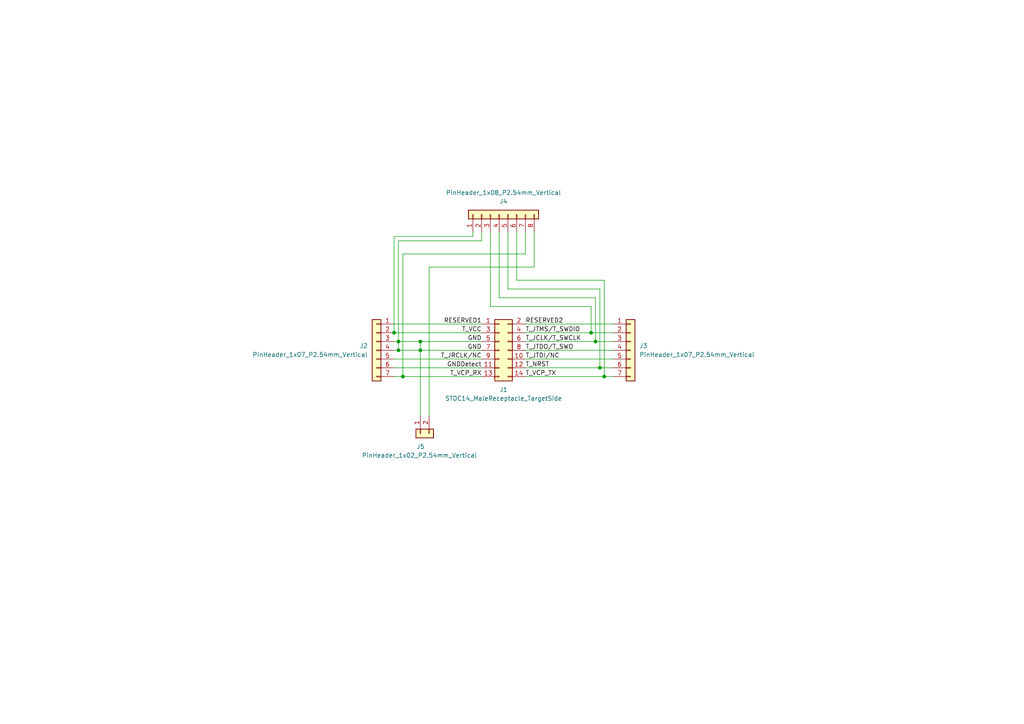
<source format=kicad_sch>
(kicad_sch (version 20230121) (generator eeschema)
  (paper "A4")
  (lib_symbols
    (symbol "stdc14-to-100mil-breakout:PinHeader_1x02_P2.54mm_Vertical" (pin_names (offset 1.016) hide)
      (property "Reference" "J" (at 0 2.54 0))
      (property "Value" "PinHeader_1x02_P2.54mm_Vertical" (at 0 -5.08 0))
      (symbol "PinHeader_1x02_P2.54mm_Vertical_1_1"
        (rectangle (start -1.27 -2.413) (end 0 -2.667) (stroke (width 0.1524)))
        (rectangle (start -1.27 0.127) (end 0 -0.127) (stroke (width 0.1524)))
        (rectangle (start -1.27 1.27) (end 1.27 -3.81) (stroke (width 0.254)) (fill (type background)))
        (pin passive line (at -5.08 0 0) (length 3.81) (name "Pin_1") (number "1"))
        (pin passive line (at -5.08 -2.54 0) (length 3.81) (name "Pin_2") (number "2"))
      )
    )
    (symbol "stdc14-to-100mil-breakout:PinHeader_1x07_P2.54mm_Vertical" (pin_names (offset 1.016) hide)
      (property "Reference" "J" (at 0 10.16 0))
      (property "Value" "PinHeader_1x07_P2.54mm_Vertical" (at 0 -10.16 0))
      (symbol "PinHeader_1x07_P2.54mm_Vertical_1_1"
        (rectangle (start -1.27 -7.493) (end 0 -7.747) (stroke (width 0.1524)))
        (rectangle (start -1.27 -4.953) (end 0 -5.207) (stroke (width 0.1524)))
        (rectangle (start -1.27 -2.413) (end 0 -2.667) (stroke (width 0.1524)))
        (rectangle (start -1.27 0.127) (end 0 -0.127) (stroke (width 0.1524)))
        (rectangle (start -1.27 2.667) (end 0 2.413) (stroke (width 0.1524)))
        (rectangle (start -1.27 5.207) (end 0 4.953) (stroke (width 0.1524)))
        (rectangle (start -1.27 7.747) (end 0 7.493) (stroke (width 0.1524)))
        (rectangle (start -1.27 8.89) (end 1.27 -8.89) (stroke (width 0.254)) (fill (type background)))
        (pin passive line (at -5.08 7.62 0) (length 3.81) (name "Pin_1") (number "1"))
        (pin passive line (at -5.08 5.08 0) (length 3.81) (name "Pin_2") (number "2"))
        (pin passive line (at -5.08 2.54 0) (length 3.81) (name "Pin_3") (number "3"))
        (pin passive line (at -5.08 0 0) (length 3.81) (name "Pin_4") (number "4"))
        (pin passive line (at -5.08 -2.54 0) (length 3.81) (name "Pin_5") (number "5"))
        (pin passive line (at -5.08 -5.08 0) (length 3.81) (name "Pin_6") (number "6"))
        (pin passive line (at -5.08 -7.62 0) (length 3.81) (name "Pin_7") (number "7"))
      )
    )
    (symbol "stdc14-to-100mil-breakout:PinHeader_1x08_P2.54mm_Vertical" (pin_names (offset 1.016) hide)
      (property "Reference" "J" (at 0 10.16 0))
      (property "Value" "PinHeader_1x08_P2.54mm_Vertical" (at 0 -12.7 0))
      (symbol "PinHeader_1x08_P2.54mm_Vertical_1_1"
        (rectangle (start -1.27 -10.033) (end 0 -10.287) (stroke (width 0.1524)))
        (rectangle (start -1.27 -7.493) (end 0 -7.747) (stroke (width 0.1524)))
        (rectangle (start -1.27 -4.953) (end 0 -5.207) (stroke (width 0.1524)))
        (rectangle (start -1.27 -2.413) (end 0 -2.667) (stroke (width 0.1524)))
        (rectangle (start -1.27 0.127) (end 0 -0.127) (stroke (width 0.1524)))
        (rectangle (start -1.27 2.667) (end 0 2.413) (stroke (width 0.1524)))
        (rectangle (start -1.27 5.207) (end 0 4.953) (stroke (width 0.1524)))
        (rectangle (start -1.27 7.747) (end 0 7.493) (stroke (width 0.1524)))
        (rectangle (start -1.27 8.89) (end 1.27 -11.43) (stroke (width 0.254)) (fill (type background)))
        (pin passive line (at -5.08 7.62 0) (length 3.81) (name "Pin_1") (number "1"))
        (pin passive line (at -5.08 5.08 0) (length 3.81) (name "Pin_2") (number "2"))
        (pin passive line (at -5.08 2.54 0) (length 3.81) (name "Pin_3") (number "3"))
        (pin passive line (at -5.08 0 0) (length 3.81) (name "Pin_4") (number "4"))
        (pin passive line (at -5.08 -2.54 0) (length 3.81) (name "Pin_5") (number "5"))
        (pin passive line (at -5.08 -5.08 0) (length 3.81) (name "Pin_6") (number "6"))
        (pin passive line (at -5.08 -7.62 0) (length 3.81) (name "Pin_7") (number "7"))
        (pin passive line (at -5.08 -10.16 0) (length 3.81) (name "Pin_8") (number "8"))
      )
    )
    (symbol "stdc14-to-100mil-breakout:STDC14_MaleReceptacle_TargetSide" (pin_names (offset 1.016) hide)
      (property "Reference" "J" (at 1.27 10.16 0))
      (property "Value" "STDC14_MaleReceptacle_TargetSide" (at 1.27 -10.16 0))
      (symbol "STDC14_MaleReceptacle_TargetSide_1_1"
        (rectangle (start -1.27 -7.493) (end 0 -7.747) (stroke (width 0.1524)))
        (rectangle (start -1.27 -4.953) (end 0 -5.207) (stroke (width 0.1524)))
        (rectangle (start -1.27 -2.413) (end 0 -2.667) (stroke (width 0.1524)))
        (rectangle (start -1.27 0.127) (end 0 -0.127) (stroke (width 0.1524)))
        (rectangle (start -1.27 2.667) (end 0 2.413) (stroke (width 0.1524)))
        (rectangle (start -1.27 5.207) (end 0 4.953) (stroke (width 0.1524)))
        (rectangle (start -1.27 7.747) (end 0 7.493) (stroke (width 0.1524)))
        (rectangle (start -1.27 8.89) (end 3.81 -8.89) (stroke (width 0.254)) (fill (type background)))
        (rectangle (start 3.81 -7.493) (end 2.54 -7.747) (stroke (width 0.1524)))
        (rectangle (start 3.81 -4.953) (end 2.54 -5.207) (stroke (width 0.1524)))
        (rectangle (start 3.81 -2.413) (end 2.54 -2.667) (stroke (width 0.1524)))
        (rectangle (start 3.81 0.127) (end 2.54 -0.127) (stroke (width 0.1524)))
        (rectangle (start 3.81 2.667) (end 2.54 2.413) (stroke (width 0.1524)))
        (rectangle (start 3.81 5.207) (end 2.54 4.953) (stroke (width 0.1524)))
        (rectangle (start 3.81 7.747) (end 2.54 7.493) (stroke (width 0.1524)))
        (pin passive line (at -5.08 7.62 0) (length 3.81) (name "NC") (number "1"))
        (pin passive line (at 7.62 -2.54 180) (length 3.81) (name "T_JTDI/NC") (number "10"))
        (pin passive line (at -5.08 -5.08 0) (length 3.81) (name "GNDDetect") (number "11"))
        (pin passive line (at 7.62 -5.08 180) (length 3.81) (name "T_NRST") (number "12"))
        (pin passive line (at -5.08 -7.62 0) (length 3.81) (name "T_VCP_RX") (number "13"))
        (pin passive line (at 7.62 -7.62 180) (length 3.81) (name "T_VCP_TX") (number "14"))
        (pin passive line (at 7.62 7.62 180) (length 3.81) (name "NC") (number "2"))
        (pin passive line (at -5.08 5.08 0) (length 3.81) (name "T_VCC") (number "3"))
        (pin passive line (at 7.62 5.08 180) (length 3.81) (name "T_JTMS/T_SWDIO") (number "4"))
        (pin passive line (at -5.08 2.54 0) (length 3.81) (name "GND") (number "5"))
        (pin passive line (at 7.62 2.54 180) (length 3.81) (name "T_JCLK/T_SWCLK") (number "6"))
        (pin passive line (at -5.08 0 0) (length 3.81) (name "Pin_7") (number "7"))
        (pin passive line (at 7.62 0 180) (length 3.81) (name "T_JTDO/T_SWO") (number "8"))
        (pin passive line (at -5.08 -2.54 0) (length 3.81) (name "T_JRCLK/NC") (number "9"))
      )
    )
  )
  (junction (at 115.57 101.6))
  (junction (at 121.92 101.6))
  (junction (at 175.26 109.22))
  (junction (at 115.57 99.06))
  (junction (at 171.45 96.52))
  (junction (at 116.84 109.22))
  (junction (at 121.92 99.06))
  (junction (at 173.99 106.68))
  (junction (at 172.72 99.06))
  (junction (at 114.3 96.52))
  (wire (pts (xy 139.7 67.31) (xy 139.7 69.85)))
  (wire (pts (xy 154.94 77.47) (xy 124.46 77.47)))
  (wire (pts (xy 121.92 101.6) (xy 139.7 101.6)))
  (wire (pts (xy 175.26 109.22) (xy 175.26 81.28)))
  (wire (pts (xy 147.32 67.31) (xy 147.32 83.82)))
  (wire (pts (xy 114.3 104.14) (xy 139.7 104.14)))
  (wire (pts (xy 115.57 99.06) (xy 115.57 101.6)))
  (wire (pts (xy 144.78 86.36) (xy 172.72 86.36)))
  (wire (pts (xy 142.24 88.9) (xy 171.45 88.9)))
  (wire (pts (xy 114.3 99.06) (xy 115.57 99.06)))
  (wire (pts (xy 137.16 67.31) (xy 137.16 68.58)))
  (wire (pts (xy 154.94 67.31) (xy 154.94 77.47)))
  (wire (pts (xy 137.16 68.58) (xy 114.3 68.58)))
  (wire (pts (xy 152.4 67.31) (xy 152.4 73.66)))
  (wire (pts (xy 171.45 88.9) (xy 171.45 96.52)))
  (wire (pts (xy 175.26 109.22) (xy 177.8 109.22)))
  (wire (pts (xy 114.3 101.6) (xy 115.57 101.6)))
  (wire (pts (xy 152.4 106.68) (xy 173.99 106.68)))
  (wire (pts (xy 152.4 96.52) (xy 171.45 96.52)))
  (wire (pts (xy 114.3 96.52) (xy 139.7 96.52)))
  (wire (pts (xy 152.4 109.22) (xy 175.26 109.22)))
  (wire (pts (xy 124.46 77.47) (xy 124.46 120.65)))
  (wire (pts (xy 116.84 109.22) (xy 139.7 109.22)))
  (wire (pts (xy 173.99 106.68) (xy 177.8 106.68)))
  (wire (pts (xy 175.26 81.28) (xy 149.86 81.28)))
  (wire (pts (xy 147.32 83.82) (xy 173.99 83.82)))
  (wire (pts (xy 115.57 99.06) (xy 121.92 99.06)))
  (wire (pts (xy 114.3 109.22) (xy 116.84 109.22)))
  (wire (pts (xy 114.3 106.68) (xy 139.7 106.68)))
  (wire (pts (xy 173.99 83.82) (xy 173.99 106.68)))
  (wire (pts (xy 152.4 73.66) (xy 116.84 73.66)))
  (wire (pts (xy 114.3 93.98) (xy 139.7 93.98)))
  (wire (pts (xy 152.4 104.14) (xy 177.8 104.14)))
  (wire (pts (xy 139.7 69.85) (xy 115.57 69.85)))
  (wire (pts (xy 172.72 99.06) (xy 177.8 99.06)))
  (wire (pts (xy 144.78 67.31) (xy 144.78 86.36)))
  (wire (pts (xy 152.4 101.6) (xy 177.8 101.6)))
  (wire (pts (xy 142.24 67.31) (xy 142.24 88.9)))
  (wire (pts (xy 152.4 99.06) (xy 172.72 99.06)))
  (wire (pts (xy 114.3 68.58) (xy 114.3 96.52)))
  (wire (pts (xy 121.92 99.06) (xy 121.92 101.6)))
  (wire (pts (xy 115.57 69.85) (xy 115.57 99.06)))
  (wire (pts (xy 172.72 86.36) (xy 172.72 99.06)))
  (wire (pts (xy 149.86 81.28) (xy 149.86 67.31)))
  (wire (pts (xy 121.92 99.06) (xy 139.7 99.06)))
  (wire (pts (xy 171.45 96.52) (xy 177.8 96.52)))
  (wire (pts (xy 152.4 93.98) (xy 177.8 93.98)))
  (wire (pts (xy 121.92 101.6) (xy 121.92 120.65)))
  (wire (pts (xy 115.57 101.6) (xy 121.92 101.6)))
  (wire (pts (xy 116.84 73.66) (xy 116.84 109.22)))
  (label "T_VCP_TX" (at 152.4 109.22 0))
  (label "T_JCLK{slash}T_SWCLK" (at 152.4 99.06 0))
  (label "GND" (at 139.7 101.6 180))
  (label "GNDDetect" (at 139.7 106.68 180))
  (label "RESERVED2" (at 152.4 93.98 0))
  (label "T_JTMS{slash}T_SWDIO" (at 152.4 96.52 0))
  (label "RESERVED1" (at 139.7 93.98 180))
  (label "T_JTDO{slash}T_SWO" (at 152.4 101.6 0))
  (label "T_JTDI{slash}NC" (at 152.4 104.14 0))
  (label "T_NRST" (at 152.4 106.68 0))
  (label "GND" (at 139.7 99.06 180))
  (label "T_JRCLK{slash}NC" (at 139.7 104.14 180))
  (label "T_VCP_RX" (at 139.7 109.22 180))
  (label "T_VCC" (at 139.7 96.52 180))
  (symbol (lib_id "stdc14-to-100mil-breakout:PinHeader_1x02_P2.54mm_Vertical") (at 121.92 125.73 90) (mirror x) (unit 1)
    (property "Reference" "J5" (at 123.19 129.54 90) (effects (justify left)))
    (property "Value" "PinHeader_1x02_P2.54mm_Vertical" (at 138.43 132.08 90) (effects (justify left)))
    (property "Footprint" "stdc14-to-100mil-breakout:PinHeader_1x02_P2.54mm_Vertical" (effects hide))
  )
  (symbol (lib_id "stdc14-to-100mil-breakout:PinHeader_1x07_P2.54mm_Vertical") (at 109.22 101.6 0) (mirror y) (unit 1)
    (property "Reference" "J2" (at 106.68 100.33 0) (effects (justify left)))
    (property "Value" "PinHeader_1x07_P2.54mm_Vertical" (at 106.68 102.87 0) (effects (justify left)))
    (property "Footprint" "stdc14-to-100mil-breakout:PinHeader_1x07_P2.54mm_Vertical" (effects hide))
  )
  (symbol (lib_id "stdc14-to-100mil-breakout:STDC14_MaleReceptacle_TargetSide") (at 144.78 101.6 0) (unit 1)
    (property "Reference" "J1" (at 146.05 113.03 0))
    (property "Value" "STDC14_MaleReceptacle_TargetSide" (at 146.05 115.57 0))
    (property "Footprint" "stdc14-to-100mil-breakout:IDC-Header_2x07_P1.27mm_Vertical" (effects hide))
  )
  (symbol (lib_id "stdc14-to-100mil-breakout:PinHeader_1x08_P2.54mm_Vertical") (at 144.78 62.23 90) (unit 1)
    (property "Reference" "J4" (at 146.05 58.42 90))
    (property "Value" "PinHeader_1x08_P2.54mm_Vertical" (at 146.05 55.88 90))
    (property "Footprint" "stdc14-to-100mil-breakout:PinHeader_1x08_P2.54mm_Vertical" (effects hide))
  )
  (symbol (lib_id "stdc14-to-100mil-breakout:PinHeader_1x07_P2.54mm_Vertical") (at 182.88 101.6 0) (unit 1)
    (property "Reference" "J3" (at 185.42 100.33 0) (effects (justify left)))
    (property "Value" "PinHeader_1x07_P2.54mm_Vertical" (at 185.42 102.87 0) (effects (justify left)))
    (property "Footprint" "stdc14-to-100mil-breakout:PinHeader_1x07_P2.54mm_Vertical" (effects hide))
  )
)
</source>
